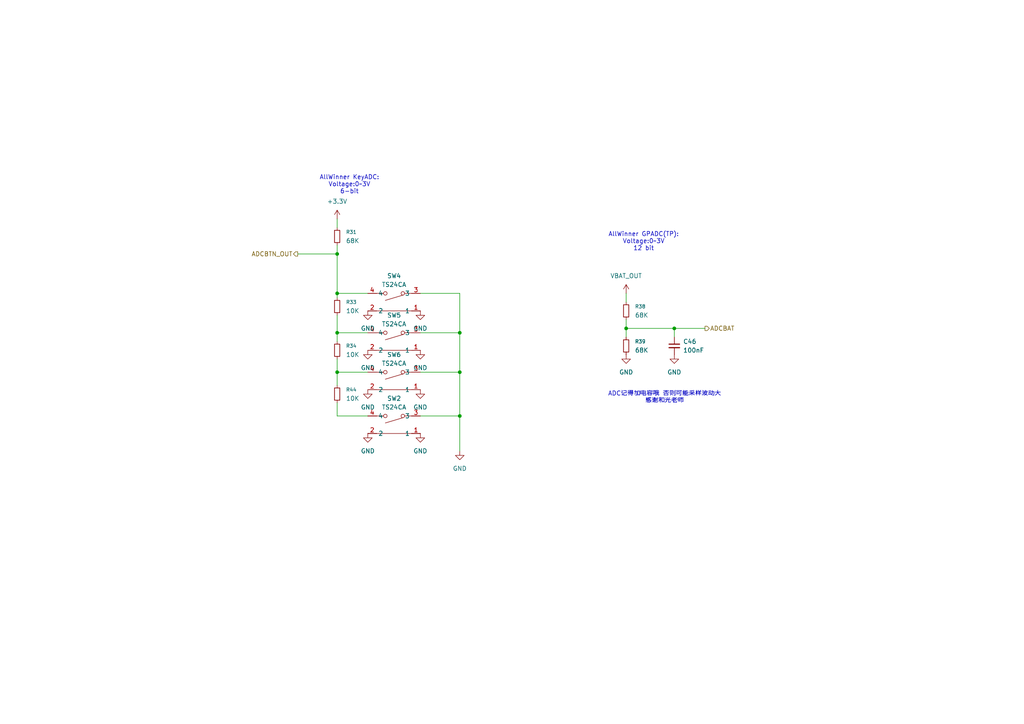
<source format=kicad_sch>
(kicad_sch (version 20250114) (generator "eeschema") (generator_version "9.0")
  (paper "A4")
  (title_block (title "明日方舟电子通行证") (date "2025-11-26") (rev "V0.3.1") (company "Shirogane Tsumugi") (comment 1 "V0.3 添加屏幕兼容接口，添加SD卡槽，优化布线") (comment 2 "V0.3.1 BUG修复") (comment 3 "土豆、星语Studio、爱莉希雅、所有复刻群友的支持！") (comment 4 "V0.3.2 生产优化。特别感谢：（不分先后）和光、薄云、烟雨、WXNA、"))
  (lib_symbols
    (symbol "Device:C_Small" (pin_numbers (hide yes)) (pin_names (offset 0.254) (hide yes))
      (property "Reference" "C" (at 0.254 1.778 0))
      (property "Value" "C_Small" (at 0.254 -2.032 0))
      (symbol "C_Small_0_1"
        (polyline (pts (xy -1.524 0.508) (xy 1.524 0.508)) (stroke (width 0.3048)))
        (polyline (pts (xy -1.524 -0.508) (xy 1.524 -0.508)) (stroke (width 0.3302)))
      )
      (symbol "C_Small_1_1"
        (pin passive line (at 0 2.54 270) (length 2.032) (name "~") (number "1"))
        (pin passive line (at 0 -2.54 90) (length 2.032) (name "~") (number "2"))
      )
    )
    (symbol "Device:R_Small" (pin_numbers (hide yes)) (pin_names (offset 0.254) (hide yes))
      (property "Reference" "R" (at 0 0 90))
      (property "Value" "R_Small" (at 1.778 0 90))
      (symbol "R_Small_0_1"
        (rectangle (start -0.762 1.778) (end 0.762 -1.778) (stroke (width 0.2032)))
      )
      (symbol "R_Small_1_1"
        (pin passive line (at 0 2.54 270) (length 0.762) (name "~") (number "1"))
        (pin passive line (at 0 -2.54 90) (length 0.762) (name "~") (number "2"))
      )
    )
    (symbol "EasyEDA_old:TS24CA"
      (property "Reference" "SW" (at 0 7.62 0))
      (property "Value" "TS24CA" (at 0 -7.62 0))
      (symbol "TS24CA_0_1"
        (polyline (pts (xy -5.08 2.54) (xy 5.08 2.54)))
        (polyline (pts (xy -3.05 -2.54) (xy -5.08 -2.54)))
        (polyline (pts (xy -2.54 -2.03) (xy 2.54 -0.51) (xy 2.54 -0.51)))
        (circle (center -2.54 -2.54) (radius 0.51))
        (circle (center 2.54 -2.54) (radius 0.51))
        (polyline (pts (xy 3.05 -2.54) (xy 5.08 -2.54)))
        (pin unspecified line (at -7.62 2.54 0) (length 2.54) (name "1") (number "1"))
        (pin unspecified line (at -7.62 -2.54 0) (length 2.54) (name "3") (number "3"))
        (pin unspecified line (at 7.62 -2.54 180) (length 2.54) (name "4") (number "4"))
      )
      (symbol "TS24CA_1_1"
        (pin unspecified line (at 7.62 2.54 180) (length 2.54) (name "2") (number "2"))
      )
    )
    (symbol "power:+3.3V" (power) (pin_numbers (hide yes)) (pin_names (offset 0) (hide yes))
      (property "Value" "+3.3V" (at 0 3.556 0))
      (symbol "+3.3V_0_1"
        (polyline (pts (xy -0.762 1.27) (xy 0 2.54)))
        (polyline (pts (xy 0 2.54) (xy 0.762 1.27)))
        (polyline (pts (xy 0 0) (xy 0 2.54)))
      )
      (symbol "+3.3V_1_1"
        (pin power_in line (at 0 0 90) (length 0) (name "~") (number "1"))
      )
    )
    (symbol "power:GND" (power) (pin_numbers (hide yes)) (pin_names (offset 0) (hide yes))
      (property "Value" "GND" (at 0 -3.81 0))
      (symbol "GND_0_1"
        (polyline (pts (xy 0 0) (xy 0 -1.27) (xy 1.27 -1.27) (xy 0 -2.54) (xy -1.27 -1.27) (xy 0 -1.27)))
      )
      (symbol "GND_1_1"
        (pin power_in line (at 0 0 270) (length 0) (name "~") (number "1"))
      )
    )
    (symbol "power:VBUS" (power) (pin_numbers (hide yes)) (pin_names (offset 0) (hide yes))
      (property "Value" "VBUS" (at 0 3.556 0))
      (symbol "VBUS_0_1"
        (polyline (pts (xy -0.762 1.27) (xy 0 2.54)))
        (polyline (pts (xy 0 2.54) (xy 0.762 1.27)))
        (polyline (pts (xy 0 0) (xy 0 2.54)))
      )
      (symbol "VBUS_1_1"
        (pin power_in line (at 0 0 90) (length 0) (name "~") (number "1"))
      )
    )
  )
  (text "ADC记得加电容哦 否则可能采样波动大\n感谢和光老师" (at 192.786 115.316 0) (effects (font (size 1.27 1.27))))
  (text "AllWinner KeyADC:\nVoltage:0~3V\n6-bit" (at 101.346 53.594 0) (effects (font (size 1.27 1.27))))
  (text "AllWinner GPADC(TP):\nVoltage:0~3V\n12 bit" (at 186.69 70.104 0) (effects (font (size 1.27 1.27))))
  (junction (at 97.79 107.95))
  (junction (at 181.61 95.25))
  (junction (at 97.79 85.09))
  (junction (at 133.35 107.95))
  (junction (at 195.58 95.25))
  (junction (at 97.79 96.52))
  (junction (at 97.79 73.66))
  (junction (at 133.35 120.65))
  (junction (at 133.35 96.52))
  (wire (pts (xy 97.79 73.66) (xy 97.79 85.09)))
  (wire (pts (xy 133.35 96.52) (xy 133.35 107.95)))
  (wire (pts (xy 181.61 95.25) (xy 195.58 95.25)))
  (wire (pts (xy 97.79 107.95) (xy 97.79 111.76)))
  (wire (pts (xy 121.92 120.65) (xy 133.35 120.65)))
  (wire (pts (xy 133.35 107.95) (xy 133.35 120.65)))
  (wire (pts (xy 121.92 96.52) (xy 133.35 96.52)))
  (wire (pts (xy 97.79 71.12) (xy 97.79 73.66)))
  (wire (pts (xy 97.79 104.14) (xy 97.79 107.95)))
  (wire (pts (xy 97.79 66.04) (xy 97.79 63.5)))
  (wire (pts (xy 97.79 120.65) (xy 106.68 120.65)))
  (wire (pts (xy 97.79 116.84) (xy 97.79 120.65)))
  (wire (pts (xy 181.61 95.25) (xy 181.61 97.79)))
  (wire (pts (xy 181.61 85.09) (xy 181.61 87.63)))
  (wire (pts (xy 121.92 85.09) (xy 133.35 85.09)))
  (wire (pts (xy 97.79 85.09) (xy 106.68 85.09)))
  (wire (pts (xy 86.36 73.66) (xy 97.79 73.66)))
  (wire (pts (xy 97.79 96.52) (xy 97.79 99.06)))
  (wire (pts (xy 133.35 85.09) (xy 133.35 96.52)))
  (wire (pts (xy 181.61 92.71) (xy 181.61 95.25)))
  (wire (pts (xy 97.79 85.09) (xy 97.79 86.36)))
  (wire (pts (xy 195.58 95.25) (xy 204.47 95.25)))
  (wire (pts (xy 106.68 107.95) (xy 97.79 107.95)))
  (wire (pts (xy 121.92 107.95) (xy 133.35 107.95)))
  (wire (pts (xy 133.35 120.65) (xy 133.35 130.81)))
  (wire (pts (xy 97.79 91.44) (xy 97.79 96.52)))
  (wire (pts (xy 195.58 95.25) (xy 195.58 97.79)))
  (wire (pts (xy 97.79 96.52) (xy 106.68 96.52)))
  (hierarchical_label "ADCBTN_OUT" (shape output) (at 86.36 73.66 180))
  (hierarchical_label "ADCBAT" (shape output) (at 204.47 95.25 0))
  (symbol (lib_id "power:GND") (at 106.68 113.03 0) (unit 1)
    (property "Reference" "#PWR0146" (effects (hide yes)))
    (property "Value" "GND" (at 106.68 118.11 0))
    (property "Description" "Power symbol creates a global label with name \"GND\" , ground" (effects (hide yes)))
  )
  (symbol (lib_id "EasyEDA_old:TS24CA") (at 114.3 99.06 180) (unit 1)
    (property "Reference" "SW5" (at 114.3 91.44 0))
    (property "Value" "TS24CA" (at 114.3 93.98 0))
    (property "Footprint" "EasyEDA:SW-SMD_TS24CA" (effects (hide yes)))
    (property "Datasheet" "https://lcsc.com/product-detail/Tactile-Switches_SHOU-HAN-TS24CA_C393942.html" (effects (hide yes)))
    (property "LCSC Part" "C393942" (effects (hide yes)))
  )
  (symbol (lib_id "power:VBUS") (at 181.61 85.09 0) (unit 1)
    (property "Reference" "#PWR0126" (effects (hide yes)))
    (property "Value" "VBAT_OUT" (at 181.61 80.01 0))
    (property "Description" "Power symbol creates a global label with name \"VBUS\"" (effects (hide yes)))
  )
  (symbol (lib_id "Device:R_Small") (at 181.61 90.17 180) (unit 1)
    (property "Reference" "R38" (at 184.15 88.8999 0) (effects (font (size 1.016 1.016)) (justify right)))
    (property "Value" "68K" (at 184.15 91.4399 0) (effects (justify right)))
    (property "Footprint" "Resistor_SMD:R_0603_1608Metric" (effects (hide yes)))
    (property "Description" "Resistor, small symbol" (effects (hide yes)))
  )
  (symbol (lib_id "power:GND") (at 106.68 90.17 0) (unit 1)
    (property "Reference" "#PWR0150" (effects (hide yes)))
    (property "Value" "GND" (at 106.68 95.25 0))
    (property "Description" "Power symbol creates a global label with name \"GND\" , ground" (effects (hide yes)))
  )
  (symbol (lib_id "power:GND") (at 106.68 125.73 0) (unit 1)
    (property "Reference" "#PWR0143" (effects (hide yes)))
    (property "Value" "GND" (at 106.68 130.81 0))
    (property "Description" "Power symbol creates a global label with name \"GND\" , ground" (effects (hide yes)))
  )
  (symbol (lib_id "power:GND") (at 121.92 101.6 0) (unit 1)
    (property "Reference" "#PWR0148" (effects (hide yes)))
    (property "Value" "GND" (at 121.92 106.68 0))
    (property "Description" "Power symbol creates a global label with name \"GND\" , ground" (effects (hide yes)))
  )
  (symbol (lib_id "power:GND") (at 195.58 102.87 0) (unit 1)
    (property "Reference" "#PWR0136" (effects (hide yes)))
    (property "Value" "GND" (at 195.58 107.95 0))
    (property "Description" "Power symbol creates a global label with name \"GND\" , ground" (effects (hide yes)))
  )
  (symbol (lib_id "Device:C_Small") (at 195.58 100.33 0) (unit 1)
    (property "Reference" "C46" (at 198.12 99.0662 0) (effects (justify left)))
    (property "Value" "100nF" (at 198.12 101.6062 0) (effects (justify left)))
    (property "Footprint" "Capacitor_SMD:C_0603_1608Metric" (effects (hide yes)))
    (property "Description" "Unpolarized capacitor, small symbol" (effects (hide yes)))
  )
  (symbol (lib_id "power:GND") (at 121.92 113.03 0) (unit 1)
    (property "Reference" "#PWR0145" (effects (hide yes)))
    (property "Value" "GND" (at 121.92 118.11 0))
    (property "Description" "Power symbol creates a global label with name \"GND\" , ground" (effects (hide yes)))
  )
  (symbol (lib_id "power:GND") (at 181.61 102.87 0) (unit 1)
    (property "Reference" "#PWR0127" (effects (hide yes)))
    (property "Value" "GND" (at 181.61 107.95 0))
    (property "Description" "Power symbol creates a global label with name \"GND\" , ground" (effects (hide yes)))
  )
  (symbol (lib_id "power:GND") (at 106.68 101.6 0) (unit 1)
    (property "Reference" "#PWR0147" (effects (hide yes)))
    (property "Value" "GND" (at 106.68 106.68 0))
    (property "Description" "Power symbol creates a global label with name \"GND\" , ground" (effects (hide yes)))
  )
  (symbol (lib_id "Device:R_Small") (at 97.79 88.9 180) (unit 1)
    (property "Reference" "R33" (at 100.33 87.6299 0) (effects (font (size 1.016 1.016)) (justify right)))
    (property "Value" "10K" (at 100.33 90.1699 0) (effects (justify right)))
    (property "Footprint" "Resistor_SMD:R_0603_1608Metric" (effects (hide yes)))
    (property "Description" "Resistor, small symbol" (effects (hide yes)))
  )
  (symbol (lib_id "EasyEDA_old:TS24CA") (at 114.3 110.49 180) (unit 1)
    (property "Reference" "SW6" (at 114.3 102.87 0))
    (property "Value" "TS24CA" (at 114.3 105.41 0))
    (property "Footprint" "EasyEDA:SW-SMD_TS24CA" (effects (hide yes)))
    (property "Datasheet" "https://lcsc.com/product-detail/Tactile-Switches_SHOU-HAN-TS24CA_C393942.html" (effects (hide yes)))
    (property "LCSC Part" "C393942" (effects (hide yes)))
  )
  (symbol (lib_id "EasyEDA_old:TS24CA") (at 114.3 87.63 180) (unit 1)
    (property "Reference" "SW4" (at 114.3 80.01 0))
    (property "Value" "TS24CA" (at 114.3 82.55 0))
    (property "Footprint" "EasyEDA:SW-SMD_TS24CA" (effects (hide yes)))
    (property "Datasheet" "https://lcsc.com/product-detail/Tactile-Switches_SHOU-HAN-TS24CA_C393942.html" (effects (hide yes)))
    (property "LCSC Part" "C393942" (effects (hide yes)))
  )
  (symbol (lib_id "Device:R_Small") (at 97.79 114.3 180) (unit 1)
    (property "Reference" "R44" (at 100.33 113.0299 0) (effects (font (size 1.016 1.016)) (justify right)))
    (property "Value" "10K" (at 100.33 115.5699 0) (effects (justify right)))
    (property "Footprint" "Resistor_SMD:R_0603_1608Metric" (effects (hide yes)))
    (property "Description" "Resistor, small symbol" (effects (hide yes)))
  )
  (symbol (lib_id "Device:R_Small") (at 97.79 68.58 180) (unit 1)
    (property "Reference" "R31" (at 100.33 67.3099 0) (effects (font (size 1.016 1.016)) (justify right)))
    (property "Value" "68K" (at 100.33 69.8499 0) (effects (justify right)))
    (property "Footprint" "Resistor_SMD:R_0603_1608Metric" (effects (hide yes)))
    (property "Description" "Resistor, small symbol" (effects (hide yes)))
  )
  (symbol (lib_id "Device:R_Small") (at 97.79 101.6 180) (unit 1)
    (property "Reference" "R34" (at 100.33 100.3299 0) (effects (font (size 1.016 1.016)) (justify right)))
    (property "Value" "10K" (at 100.33 102.8699 0) (effects (justify right)))
    (property "Footprint" "Resistor_SMD:R_0603_1608Metric" (effects (hide yes)))
    (property "Description" "Resistor, small symbol" (effects (hide yes)))
  )
  (symbol (lib_id "power:+3.3V") (at 97.79 63.5 0) (unit 1)
    (property "Reference" "#PWR088" (effects (hide yes)))
    (property "Value" "+3.3V" (at 97.79 58.42 0))
    (property "Description" "Power symbol creates a global label with name \"+3.3V\"" (effects (hide yes)))
  )
  (symbol (lib_id "power:GND") (at 133.35 130.81 0) (unit 1)
    (property "Reference" "#PWR0138" (effects (hide yes)))
    (property "Value" "GND" (at 133.35 135.89 0))
    (property "Description" "Power symbol creates a global label with name \"GND\" , ground" (effects (hide yes)))
  )
  (symbol (lib_id "Device:R_Small") (at 181.61 100.33 180) (unit 1)
    (property "Reference" "R39" (at 184.15 99.0599 0) (effects (font (size 1.016 1.016)) (justify right)))
    (property "Value" "68K" (at 184.15 101.5999 0) (effects (justify right)))
    (property "Footprint" "Resistor_SMD:R_0603_1608Metric" (effects (hide yes)))
    (property "Description" "Resistor, small symbol" (effects (hide yes)))
  )
  (symbol (lib_id "EasyEDA_old:TS24CA") (at 114.3 123.19 180) (unit 1)
    (property "Reference" "SW2" (at 114.3 115.57 0))
    (property "Value" "TS24CA" (at 114.3 118.11 0))
    (property "Footprint" "EasyEDA:SW-SMD_TS24CA" (effects (hide yes)))
    (property "Datasheet" "https://lcsc.com/product-detail/Tactile-Switches_SHOU-HAN-TS24CA_C393942.html" (effects (hide yes)))
    (property "LCSC Part" "C393942" (effects (hide yes)))
  )
  (symbol (lib_id "power:GND") (at 121.92 125.73 0) (unit 1)
    (property "Reference" "#PWR0144" (effects (hide yes)))
    (property "Value" "GND" (at 121.92 130.81 0))
    (property "Description" "Power symbol creates a global label with name \"GND\" , ground" (effects (hide yes)))
  )
  (symbol (lib_id "power:GND") (at 121.92 90.17 0) (unit 1)
    (property "Reference" "#PWR0149" (effects (hide yes)))
    (property "Value" "GND" (at 121.92 95.25 0))
    (property "Description" "Power symbol creates a global label with name \"GND\" , ground" (effects (hide yes)))
  )
)
</source>
